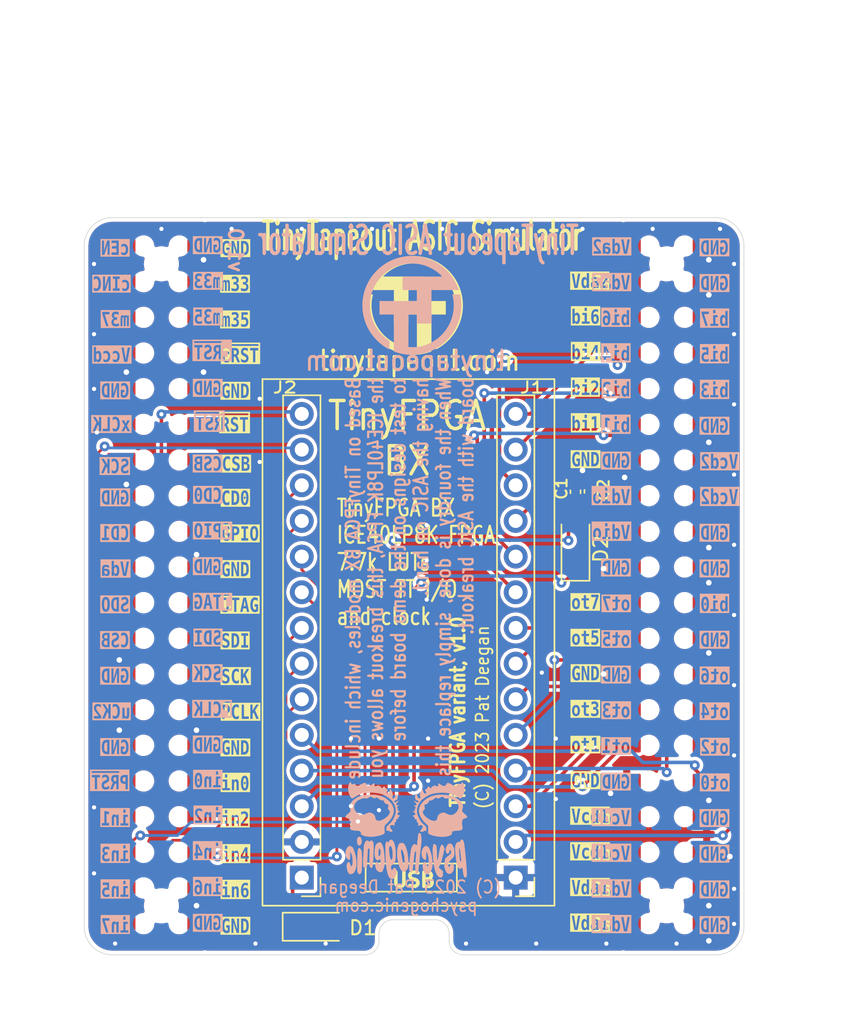
<source format=kicad_pcb>
(kicad_pcb (version 20221018) (generator pcbnew)
  (title_block (title "TinyFPGA BX breakout for TT4+") (date "2023-11-28") (rev "1.0") (company "Psychogenic Technologies INC") (comment 1 "(C) 2023 Pat Deegan"))
  (layers (0 "F.Cu" signal) (31 "B.Cu" signal) (34 "B.Paste" user) (35 "F.Paste" user) (36 "B.SilkS" user "B.Silkscreen") (37 "F.SilkS" user "F.Silkscreen") (38 "B.Mask" user) (39 "F.Mask" user) (44 "Edge.Cuts" user))
  (net 0 "")
  (net 1 "GND")
  (net 2 "vddio")
  (net 3 "vccd2")
  (net 4 "vccd1")
  (net 5 "vdda1")
  (net 6 "vdda2")
  (net 7 "gpio")
  (net 8 "Caravel_D0")
  (net 9 "Caravel_CSB")
  (net 10 "~{RST}")
  (net 11 "Caravel_D1")
  (net 12 "xclk")
  (net 13 "Caravel_SCK")
  (net 14 "vdda")
  (net 15 "vccd")
  (net 16 "~{rst}{slash}mio[7]")
  (net 17 "clk{slash}mio[6]")
  (net 18 "usrclk2{slash}mio[5]")
  (net 19 "SCK{slash}mio[4]")
  (net 20 "CSB{slash}mio[3]")
  (net 21 "SDI{slash}mio[2]")
  (net 22 "SDO{slash}mio[1]")
  (net 23 "JTAG{slash}mio[0]")
  (net 24 "ui_in[1]{slash}mio[9]")
  (net 25 "ui_in[0]{slash}mio[8]")
  (net 26 "ui_in[3]{slash}mio[11]")
  (net 27 "ui_in[2]{slash}mio[10]")
  (net 28 "ui_in[5]{slash}mio[13]")
  (net 29 "ui_in[4]{slash}mio[12]")
  (net 30 "ui_in[7]{slash}mio[15]")
  (net 31 "ui_in[6]{slash}mio[14]")
  (net 32 "uo_out[1]{slash}mio[17]")
  (net 33 "uo_out[0]{slash}mio[16]")
  (net 34 "uo_out[3]{slash}mio[19]")
  (net 35 "uo_out[2]{slash}mio[18]")
  (net 36 "uo_out[5]{slash}mio[21]")
  (net 37 "uo_out[4]{slash}mio[20]")
  (net 38 "uo_out[7]{slash}mio[23]")
  (net 39 "uo_out[6]{slash}mio[22]")
  (net 40 "uio[1]{slash}mio[25]")
  (net 41 "uio[0]{slash}mio[24]")
  (net 42 "uio[3]{slash}mio[27]")
  (net 43 "uio[2]{slash}mio[26]")
  (net 44 "uio[5]{slash}mio[29]")
  (net 45 "uio[4]{slash}mio[28]")
  (net 46 "uio[7]{slash}mio[31]")
  (net 47 "uio[6]{slash}mio[30]")
  (net 48 "mio[33]")
  (net 49 "ctrl_ena{slash}mio[32]")
  (net 50 "mio[35]")
  (net 51 "ctrl_sel_inc{slash}mio[34]")
  (net 52 "mio[37]")
  (net 53 "~{ctrl_sel_rst}{slash}mio[36]")
  (net 54 "/5vTF")
  (net 55 "/3v3TF")
  (footprint "Capacitor_SMD:C_0402_1005Metric" (layer "F.Cu") (at 82 57.02 -90)
    (fp_text reference "C1")
    (fp_text value "0.1uf")
  )
  (footprint "Capacitor_SMD:C_0402_1005Metric" (layer "F.Cu") (at 83 57 -90)
    (fp_text reference "C2")
    (fp_text value "0.1uf")
  )
  (footprint "BreakoutCommon:FH-00339" (layer "F.Cu") (at 88.5 63.65 -90)
    (fp_text reference "CON2" hide)
    (fp_text value "REF-182665-01")
  )
  (footprint "flyingcarsfootprints:StitchingVia-0.3mm" (layer "F.Cu") (at 79.6 69.9)
    (fp_text reference "STITCH26" hide)
    (fp_text value "StitchingVia-0.3mm" hide)
  )
  (footprint "flyingcarsfootprints:StitchingVia-0.3mm" (layer "F.Cu") (at 59.5 54.9)
    (fp_text reference "STITCH26" hide)
    (fp_text value "StitchingVia-0.3mm" hide)
  )
  (footprint "Connector_PinHeader_2.54mm:PinHeader_1x14_P2.54mm_Vertical" (layer "F.Cu") (at 77.74 84.5 180)
    (fp_text reference "J1")
    (fp_text value "CONN_01X14")
  )
  (footprint "flyingcarsfootprints:StitchingVia-0.3mm" (layer "F.Cu") (at 77.5 38.3)
    (fp_text reference "STITCH6" hide)
    (fp_text value "StitchingVia-0.3mm" hide)
  )
  (footprint "flyingcarsfootprints:StitchingVia-0.3mm" (layer "F.Cu") (at 93.3 65.8)
    (fp_text reference "STITCH15" hide)
    (fp_text value "StitchingVia-0.3mm" hide)
  )
  (footprint "flyingcarsfootprints:StitchingVia-0.3mm" (layer "F.Cu") (at 68 79.7)
    (fp_text reference "STITCH26" hide)
    (fp_text value "StitchingVia-0.3mm" hide)
  )
  (footprint "flyingcarsfootprints:StitchingVia-0.3mm" (layer "F.Cu") (at 59.5 50.4)
    (fp_text reference "STITCH26" hide)
    (fp_text value "StitchingVia-0.3mm" hide)
  )
  (footprint "Diode_SMD:D_SOD-123" (layer "F.Cu") (at 63.5 88)
    (fp_text reference "D1")
    (fp_text value "B0520LW-7-F")
  )
  (footprint "flyingcarsfootprints:StitchingVia-0.3mm" (layer "F.Cu") (at 59.2 89.2)
    (fp_text reference "STITCH19" hide)
    (fp_text value "StitchingVia-0.3mm" hide)
  )
  (footprint "flyingcarsfootprints:StitchingVia-0.3mm" (layer "F.Cu") (at 71.5 77.6)
    (fp_text reference "STITCH26" hide)
    (fp_text value "StitchingVia-0.3mm" hide)
  )
  (footprint "flyingcarsfootprints:StitchingVia-0.3mm" (layer "F.Cu") (at 47.7 84.2)
    (fp_text reference "STITCH26" hide)
    (fp_text value "StitchingVia-0.3mm" hide)
  )
  (footprint "flyingcarsfootprints:StitchingVia-0.3mm" (layer "F.Cu") (at 47.7 79.5)
    (fp_text reference "STITCH26" hide)
    (fp_text value "StitchingVia-0.3mm" hide)
  )
  (footprint "flyingcarsfootprints:StitchingVia-0.3mm" (layer "F.Cu") (at 67.5 38.3)
    (fp_text reference "STITCH4" hide)
    (fp_text value "StitchingVia-0.3mm" hide)
  )
  (footprint "Connector_PinHeader_2.54mm:PinHeader_1x14_P2.54mm_Vertical" (layer "F.Cu") (at 62.5 84.5 180)
    (fp_text reference "J2")
    (fp_text value "CONN_01X14")
  )
  (footprint "flyingcarsfootprints:StitchingVia-0.3mm" (layer "F.Cu") (at 93.3 55.8)
    (fp_text reference "STITCH13" hide)
    (fp_text value "StitchingVia-0.3mm" hide)
  )
  (footprint "flyingcarsfootprints:StitchingVia-0.3mm" (layer "F.Cu") (at 62.5 38.3)
    (fp_text reference "STITCH3" hide)
    (fp_text value "StitchingVia-0.3mm" hide)
  )
  (footprint "flyingcarsfootprints:StitchingVia-0.3mm" (layer "F.Cu") (at 47.7 49.7)
    (fp_text reference "STITCH27" hide)
    (fp_text value "StitchingVia-0.3mm" hide)
  )
  (footprint "flyingcarsfootprints:StitchingVia-0.3mm" (layer "F.Cu") (at 74.2 89.2)
    (fp_text reference "STITCH22" hide)
    (fp_text value "StitchingVia-0.3mm" hide)
  )
  (footprint "flyingcarsfootprints:StitchingVia-0.3mm" (layer "F.Cu") (at 84.2 89.2)
    (fp_text reference "STITCH24" hide)
    (fp_text value "StitchingVia-0.3mm" hide)
  )
  (footprint "flyingcarsfootprints:StitchingVia-0.3mm" (layer "F.Cu") (at 93.3 75.8)
    (fp_text reference "STITCH17" hide)
    (fp_text value "StitchingVia-0.3mm" hide)
  )
  (footprint "flyingcarsfootprints:StitchingVia-0.3mm" (layer "F.Cu") (at 89.2 89.2)
    (fp_text reference "STITCH25" hide)
    (fp_text value "StitchingVia-0.3mm" hide)
  )
  (footprint "flyingcarsfootprints:StitchingVia-0.3mm" (layer "F.Cu") (at 79.2 89.2)
    (fp_text reference "STITCH23" hide)
    (fp_text value "StitchingVia-0.3mm" hide)
  )
  (footprint "flyingcarsfootprints:StitchingVia-0.3mm" (layer "F.Cu") (at 68 74.6)
    (fp_text reference "STITCH26" hide)
    (fp_text value "StitchingVia-0.3mm" hide)
  )
  (footprint "flyingcarsfootprints:StitchingVia-0.3mm" (layer "F.Cu") (at 49.2 89.2)
    (fp_text reference "STITCH17" hide)
    (fp_text value "StitchingVia-0.3mm" hide)
  )
  (footprint "flyingcarsfootprints:StitchingVia-0.3mm" (layer "F.Cu") (at 71.5 74.6)
    (fp_text reference "STITCH26" hide)
    (fp_text value "StitchingVia-0.3mm" hide)
  )
  (footprint "flyingcarsfootprints:StitchingVia-0.3mm" (layer "F.Cu") (at 47.7 45.8)
    (fp_text reference "STITCH21" hide)
    (fp_text value "StitchingVia-0.3mm" hide)
  )
  (footprint "flyingcarsfootprints:StitchingVia-0.3mm" (layer "F.Cu") (at 93.3 60.8)
    (fp_text reference "STITCH14" hide)
    (fp_text value "StitchingVia-0.3mm" hide)
  )
  (footprint "flyingcarsfootprints:StitchingVia-0.3mm" (layer "F.Cu") (at 66 74.6)
    (fp_text reference "STITCH26" hide)
    (fp_text value "StitchingVia-0.3mm" hide)
  )
  (footprint "flyingcarsfootprints:StitchingVia-0.3mm" (layer "F.Cu") (at 71.4 64.7)
    (fp_text reference "STITCH26" hide)
    (fp_text value "StitchingVia-0.3mm" hide)
  )
  (footprint "flyingcarsfootprints:StitchingVia-0.3mm" (layer "F.Cu") (at 93.3 87.8)
    (fp_text reference "STITCH17" hide)
    (fp_text value "StitchingVia-0.3mm" hide)
  )
  (footprint "flyingcarsfootprints:StitchingVia-0.3mm" (layer "F.Cu") (at 57.5 38.3)
    (fp_text reference "STITCH2" hide)
    (fp_text value "StitchingVia-0.3mm" hide)
  )
  (footprint "flyingcarsfootprints:StitchingVia-0.3mm" (layer "F.Cu") (at 74.6 51.7)
    (fp_text reference "STITCH26" hide)
    (fp_text value "StitchingVia-0.3mm" hide)
  )
  (footprint "Diode_SMD:D_SOD-123" (layer "F.Cu") (at 82 61 90)
    (fp_text reference "D2")
    (fp_text value "B0520LW-7-F")
  )
  (footprint "flyingcarsfootprints:StitchingVia-0.3mm" (layer "F.Cu") (at 93.3 85.3)
    (fp_text reference "STITCH17" hide)
    (fp_text value "StitchingVia-0.3mm" hide)
  )
  (footprint "flyingcarsfootprints:StitchingVia-0.3mm" (layer "F.Cu") (at 93.3 70.8)
    (fp_text reference "STITCH16" hide)
    (fp_text value "StitchingVia-0.3mm" hide)
  )
  (footprint "flyingcarsfootprints:StitchingVia-0.3mm" (layer "F.Cu") (at 80.6 74.6)
    (fp_text reference "STITCH26" hide)
    (fp_text value "StitchingVia-0.3mm" hide)
  )
  (footprint "flyingcarsfootprints:StitchingVia-0.3mm" (layer "F.Cu") (at 82.5 38.3)
    (fp_text reference "STITCH7" hide)
    (fp_text value "StitchingVia-0.3mm" hide)
  )
  (footprint "Logos:TT_logo" (layer "F.Cu") (at 70.5 43.8)
    (fp_text reference "REF**" hide)
    (fp_text value "TT_logo")
  )
  (footprint "flyingcarsfootprints:StitchingVia-0.3mm" (layer "F.Cu") (at 75.7 48.5)
    (fp_text reference "STITCH26" hide)
    (fp_text value "StitchingVia-0.3mm" hide)
  )
  (footprint "flyingcarsfootprints:StitchingVia-0.3mm" (layer "F.Cu") (at 87.5 38.3)
    (fp_text reference "STITCH8" hide)
    (fp_text value "StitchingVia-0.3mm" hide)
  )
  (footprint "flyingcarsfootprints:StitchingVia-0.3mm" (layer "F.Cu") (at 72.5 38.3)
    (fp_text reference "STITCH5" hide)
    (fp_text value "StitchingVia-0.3mm" hide)
  )
  (footprint "flyingcarsfootprints:StitchingVia-0.3mm" (layer "F.Cu") (at 66 79.4)
    (fp_text reference "STITCH26" hide)
    (fp_text value "StitchingVia-0.3mm" hide)
  )
  (footprint "flyingcarsfootprints:StitchingVia-0.3mm" (layer "F.Cu") (at 92.3 38.3)
    (fp_text reference "STITCH9" hide)
    (fp_text value "StitchingVia-0.3mm" hide)
  )
  (footprint "flyingcarsfootprints:StitchingVia-0.3mm" (layer "F.Cu") (at 64.2 89.2)
    (fp_text reference "STITCH20" hide)
    (fp_text value "StitchingVia-0.3mm" hide)
  )
  (footprint "flyingcarsfootprints:StitchingVia-0.3mm" (layer "F.Cu") (at 71.4 61.9)
    (fp_text reference "STITCH26" hide)
    (fp_text value "StitchingVia-0.3mm" hide)
  )
  (footprint "flyingcarsfootprints:StitchingVia-0.3mm" (layer "F.Cu") (at 93.3 40.8)
    (fp_text reference "STITCH10" hide)
    (fp_text value "StitchingVia-0.3mm" hide)
  )
  (footprint "flyingcarsfootprints:StitchingVia-0.3mm" (layer "F.Cu") (at 47.7 40.8)
    (fp_text reference "STITCH10" hide)
    (fp_text value "StitchingVia-0.3mm" hide)
  )
  (footprint "flyingcarsfootprints:StitchingVia-0.3mm" (layer "F.Cu") (at 71.4 59.4)
    (fp_text reference "STITCH26" hide)
    (fp_text value "StitchingVia-0.3mm" hide)
  )
  (footprint "flyingcarsfootprints:StitchingVia-0.3mm" (layer "F.Cu") (at 93.3 50.8)
    (fp_text reference "STITCH12" hide)
    (fp_text value "StitchingVia-0.3mm" hide)
  )
  (footprint "BreakoutCommon:FH-00339" (layer "F.Cu") (at 52.5 63.65 -90)
    (fp_text reference "CON1" hide)
    (fp_text value "REF-182665-01")
  )
  (footprint "flyingcarsfootprints:StitchingVia-0.3mm" (layer "F.Cu") (at 47.9 52.8)
    (fp_text reference "STITCH26" hide)
    (fp_text value "StitchingVia-0.3mm" hide)
  )
  (footprint "flyingcarsfootprints:StitchingVia-0.3mm" (layer "F.Cu") (at 80.6 78.9)
    (fp_text reference "STITCH26" hide)
    (fp_text value "StitchingVia-0.3mm" hide)
  )
  (footprint "flyingcarsfootprints:StitchingVia-0.3mm" (layer "F.Cu") (at 93.3 45.8)
    (fp_text reference "STITCH11" hide)
    (fp_text value "StitchingVia-0.3mm" hide)
  )
  (footprint "flyingcarsfootprints:StitchingVia-0.3mm" (layer "F.Cu") (at 52.5 38.3)
    (fp_text reference "STITCH1" hide)
    (fp_text value "StitchingVia-0.3mm" hide)
  )
  (footprint "flyingcarsfootprints:PsychoLogoSmall" (layer "B.Cu") (at 70 81.1 180)
    (fp_text reference "G***" hide)
    (fp_text value "LOGO" hide)
  )
  (footprint "Logos:TT_logo" (layer "B.Cu") (at 70.3 43.8 180)
    (fp_text reference "REF**" hide)
    (fp_text value "TT_logo")
  )
  (gr_rect (start 59.7 49) (end 80.5 86.5) (stroke (width 0.12)) (fill none) (layer "F.SilkS"))
  (gr_rect (start 67.05 83.5) (end 73.55 85.5) (stroke (width 0.12)) (fill none) (layer "F.SilkS"))
  (gr_arc (start 74 90) (mid 73.292893 89.707107) (end 73 89) (stroke (width 0.05)) (layer "Edge.Cuts"))
  (gr_line (start 73 89) (end 73 88.5) (stroke (width 0.05)) (layer "Edge.Cuts"))
  (gr_line (start 92 37.5) (end 49 37.5) (stroke (width 0.05)) (layer "Edge.Cuts"))
  (gr_arc locked (start 47 39.5) (mid 47.585786 38.085786) (end 49 37.5) (stroke (width 0.05)) (layer "Edge.Cuts"))
  (gr_arc locked (start 94 88) (mid 93.414214 89.414214) (end 92 90) (stroke (width 0.05)) (layer "Edge.Cuts"))
  (gr_line (start 68 88.5) (end 68 89) (stroke (width 0.05)) (layer "Edge.Cuts"))
  (gr_arc (start 68 89) (mid 67.707107 89.707107) (end 67 90) (stroke (width 0.05)) (layer "Edge.Cuts"))
  (gr_line (start 72 87.5) (end 69 87.5) (stroke (width 0.05)) (layer "Edge.Cuts"))
  (gr_arc locked (start 92 37.5) (mid 93.414214 38.085786) (end 94 39.5) (stroke (width 0.05)) (layer "Edge.Cuts"))
  (gr_arc (start 72 87.5) (mid 72.707107 87.792893) (end 73 88.5) (stroke (width 0.05)) (layer "Edge.Cuts"))
  (gr_arc (start 49 90) (mid 47.585786 89.414214) (end 47 88) (stroke (width 0.05)) (layer "Edge.Cuts"))
  (gr_line (start 94 88) (end 94 39.5) (stroke (width 0.05)) (layer "Edge.Cuts"))
  (gr_line (start 49 90) (end 67 90) (stroke (width 0.05)) (layer "Edge.Cuts"))
  (gr_line (start 47 88) (end 47 39.5) (stroke (width 0.05)) (layer "Edge.Cuts"))
  (gr_arc (start 68 88.5) (mid 68.292893 87.792893) (end 69 87.5) (stroke (width 0.05)) (layer "Edge.Cuts"))
  (gr_line (start 92 90) (end 74 90) (stroke (width 0.05)) (layer "Edge.Cuts"))
  (gr_text "SDO" (at 48.2 65.72) (layer "B.SilkS" knockout) (effects (font (size 1 0.8) (thickness 0.127) bold) (justify right bottom mirror)))
  (gr_text "GND" (at 48.2 70.8) (layer "B.SilkS" knockout) (effects (font (size 1 0.8) (thickness 0.127) bold) (justify right bottom mirror)))
  (gr_text "GND" (at 48.2 75.88) (layer "B.SilkS" knockout) (effects (font (size 1 0.8) (thickness 0.127) bold) (justify right bottom mirror)))
  (gr_text "bi5" (at 90.9 47.92) (layer "B.SilkS" knockout) (effects (font (size 1 0.8) (thickness 0.127) bold) (justify right bottom mirror)))
  (gr_text "ot5" (at 85.9 68.18) (layer "B.SilkS" knockout) (effects (font (size 1 0.8) (thickness 0.127) bold) (justify left bottom mirror)))
  (gr_text "GPIO" (at 54.8 60.46) (layer "B.SilkS" knockout) (effects (font (size 1 0.8) (thickness 0.127) bold) (justify right bottom mirror)))
  (gr_text "CD0" (at 54.8 57.92) (layer "B.SilkS" knockout) (effects (font (size 1 0.8) (thickness 0.127) bold) (justify right bottom mirror)))
  (gr_text "Vdio" (at 85.9 60.56) (layer "B.SilkS" knockout) (effects (font (size 1 0.8) (thickness 0.127) bold) (justify left bottom mirror)))
  (gr_text "m33" (at 54.8 42.68) (layer "B.SilkS" knockout) (effects (font (size 1 0.8) (thickness 0.127) bold) (justify right bottom mirror)))
  (gr_text "in2" (at 54.8 80.78) (layer "B.SilkS" knockout) (effects (font (size 1 0.8) (thickness 0.127) bold) (justify right bottom mirror)))
  (gr_text "GND" (at 90.9 88.56) (layer "B.SilkS" knockout) (effects (font (size 1 0.8) (thickness 0.127) bold) (justify right bottom mirror)))
  (gr_text "m37" (at 48.2 45.4) (layer "B.SilkS" knockout) (effects (font (size 1 0.8) (thickness 0.127) bold) (justify right bottom mirror)))
  (gr_text "ot6" (at 90.9 70.78) (layer "B.SilkS" knockout) (effects (font (size 1 0.8) (thickness 0.127) bold) (justify right bottom mirror)))
  (gr_text "JTAG" (at 54.8 65.54) (layer "B.SilkS" knockout) (effects (font (size 1 0.8) (thickness 0.127) bold) (justify right bottom mirror)))
  (gr_text "bi7" (at 90.9 45.38) (layer "B.SilkS" knockout) (effects (font (size 1 0.8) (thickness 0.127) bold) (justify right bottom mirror)))
  (gr_text "Vda2" (at 85.9 40.24) (layer "B.SilkS" knockout) (effects (font (size 1 0.8) (thickness 0.127) bold) (justify left bottom mirror)))
  (gr_text "ot4" (at 90.9 73.32) (layer "B.SilkS" knockout) (effects (font (size 1 0.8) (thickness 0.127) bold) (justify right bottom mirror)))
  (gr_text "PCLK" (at 54.8 73.16) (layer "B.SilkS" knockout) (effects (font (size 1 0.8) (thickness 0.127) bold) (justify right bottom mirror)))
  (gr_text "GND" (at 48.2 58.1) (layer "B.SilkS" knockout) (effects (font (size 1 0.8) (thickness 0.127) bold) (justify right bottom mirror)))
  (gr_text "TinyTapeout ASIC Simulator" (at 70.8 40.3) (layer "B.SilkS") (effects (font (size 2 1.1) (thickness 0.25) bold) (justify bottom mirror)))
  (gr_text "GND" (at 90.9 63.16) (layer "B.SilkS" knockout) (effects (font (size 1 0.8) (thickness 0.127) bold) (justify right bottom mirror)))
  (gr_text "P~{RST}" (at 47.5 78.38) (layer "B.SilkS" knockout) (effects (font (size 1 0.8) (thickness 0.127) bold) (justify right bottom mirror)))
  (gr_text "GND" (at 90.9 83.48) (layer "B.SilkS" knockout) (effects (font (size 1 0.8) (thickness 0.127) bold) (justify right bottom mirror)))
  (gr_text "SCK" (at 48.2 55.87) (layer "B.SilkS" knockout) (effects (font (size 1 0.8) (thickness 0.127) bold) (justify right bottom mirror)))
  (gr_text "bi3" (at 90.9 50.46) (layer "B.SilkS" knockout) (effects (font (size 1 0.8) (thickness 0.127) bold) (justify right bottom mirror)))
  (gr_text "GND" (at 90.9 60.62) (layer "B.SilkS" knockout) (effects (font (size 1 0.8) (thickness 0.127) bold) (justify right bottom mirror)))
  (gr_text "in1" (at 48.2 80.96) (layer "B.SilkS" knockout) (effects (font (size 1 0.8) (thickness 0.127) bold) (justify right bottom mirror)))
  (gr_text "Vcd2" (at 90.9 55.54) (layer "B.SilkS" knockout) (effects (font (size 1 0.8) (thickness 0.127) bold) (justify right bottom mirror)))
  (gr_text "GND" (at 90.9 40.3) (layer "B.SilkS" knockout) (effects (font (size 1 0.8) (thickness 0.127) bold) (justify right bottom mirror)))
  (gr_text "GND" (at 54.8 50.3) (layer "B.SilkS" knockout) (effects (font (size 1 0.8) (thickness 0.127) bold) (justify right bottom mirror)))
  (gr_text "Vda" (at 48.2 63.18) (layer "B.SilkS" knockout) (effects (font (size 1 0.8) (thickness 0.127) bold) (justify right bottom mirror)))
  (gr_text "bi0" (at 90.9 65.7) (layer "B.SilkS" knockout) (effects (font (size 1 0.8) (thickness 0.127) bold) (justify right bottom mirror)))
  (gr_text "bi4" (at 85.9 47.86) (layer "B.SilkS" knockout) (effects (font (size 1 0.8) (thickness 0.127) bold) (justify left bottom mirror)))
  (gr_text "tinytapeout.com" (at 69.9 48.5) (layer "B.SilkS") (effects (font (size 1.4 1.2) (thickness 0.2) bold) (justify bottom mirror)))
  (gr_text "Based on TinyFPGA BX modules, which include\nthe ICE40LP8K FPGA, this breakout allows you\nto test designs on the demo board before \nhaving the ASIC on hand.\nWhen the foundry is done, simply replace this\nboard with the ASIC breakout.\n" (at 74.8 48.8 90) (layer "B.SilkS") (effects (font (size 1 0.8) (thickness 0.16)) (justify left bottom mirror)))
  (gr_text "ot0" (at 90.9 78.4) (layer "B.SilkS" knockout) (effects (font (size 1 0.8) (thickness 0.127) bold) (justify right bottom mirror)))
  (gr_text "ot1" (at 85.9 75.8) (layer "B.SilkS" knockout) (effects (font (size 1 0.8) (thickness 0.127) bold) (justify left bottom mirror)))
  (gr_text "in6" (at 54.8 85.86) (layer "B.SilkS" knockout) (effects (font (size 1 0.8) (thickness 0.127) bold) (justify right bottom mirror)))
  (gr_text "CSB" (at 48.2 68.26) (layer "B.SilkS" knockout) (effects (font (size 1 0.8) (thickness 0.127) bold) (justify right bottom mirror)))
  (gr_text "GND" (at 90.9 80.94) (layer "B.SilkS" knockout) (effects (font (size 1 0.8) (thickness 0.127) bold) (justify right bottom mirror)))
  (gr_text "cINC" (at 47.6 42.88) (layer "B.SilkS" knockout) (effects (font (size 1 0.8) (thickness 0.127) bold) (justify right bottom mirror)))
  (gr_text "m35" (at 54.8 45.22) (layer "B.SilkS" knockout) (effects (font (size 1 0.8) (thickness 0.127) bold) (justify right bottom mirror)))
  (gr_text "ot7" (at 85.9 65.64) (layer "B.SilkS" knockout) (effects (font (size 1 0.8) (thickness 0.127) bold) (justify left bottom mirror)))
  (gr_text "v1.0" (at 57.2 39.8 -90) (layer "B.SilkS") (effects (font (size 1 1) (thickness 0.2) bold) (justify bottom mirror)))
  (gr_text "ot2" (at 90.9 75.86) (layer "B.SilkS" knockout) (effects (font (size 1 0.8) (thickness 0.127) bold) (justify right bottom mirror)))
  (gr_text "c~{RST}" (at 54.8 47.76) (layer "B.SilkS" knockout) (effects (font (size 1 0.8) (thickness 0.127) bold) (justify right bottom mirror)))
  (gr_text "GND" (at 54.8 88.4) (layer "B.SilkS" knockout) (effects (font (size 1 0.8) (thickness 0.127) bold) (justify right bottom mirror)))
  (gr_text "psychogenic.com" (at 75.1 87) (layer "B.SilkS") (effects (font (size 0.9 0.8) (thickness 0.125)) (justify left bottom mirror)))
  (gr_text "GND" (at 85.9 78.34) (layer "B.SilkS" knockout) (effects (font (size 1 0.8) (thickness 0.127) bold) (justify left bottom mirror)))
  (gr_text "CD1" (at 48.2 60.64) (layer "B.SilkS" knockout) (effects (font (size 1 0.8) (thickness 0.127) bold) (justify right bottom mirror)))
  (gr_text "~{RST}" (at 54.9 52.8) (layer "B.SilkS" knockout) (effects (font (size 1 0.8) (thickness 0.127) bold) (justify right bottom mirror)))
  (gr_text "GND" (at 85.9 55.48) (layer "B.SilkS" knockout) (effects (font (size 1 0.8) (thickness 0.127) bold) (justify left bottom mirror)))
  (gr_text "in0" (at 54.8 78.24) (layer "B.SilkS" knockout) (effects (font (size 1 0.8) (thickness 0.127) bold) (justify right bottom mirror)))
  (gr_text "GND" (at 54.8 40.14) (layer "B.SilkS" knockout) (effects (font (size 1 0.8) (thickness 0.127) bold) (justify right bottom mirror)))
  (gr_text "Vcd1" (at 85.9 80.88) (layer "B.SilkS" knockout) (effects (font (size 1 0.8) (thickness 0.127) bold) (justify left bottom mirror)))
  (gr_text "GND" (at 90.9 68.24) (layer "B.SilkS" knockout) (effects (font (size 1 0.8) (thickness 0.127) bold) (justify right bottom mirror)))
  (gr_text "in7" (at 48.2 88.58) (layer "B.SilkS" knockout) (effects (font (size 1 0.8) (thickness 0.127) bold) (justify right bottom mirror)))
  (gr_text "in4" (at 54.8 83.32) (layer "B.SilkS" knockout) (effects (font (size 1 0.8) (thickness 0.127) bold) (justify right bottom mirror)))
  (gr_text "SDI" (at 54.8 68.08) (layer "B.SilkS" knockout) (effects (font (size 1 0.8) (thickness 0.127) bold) (justify right bottom mirror)))
  (gr_text "GND" (at 48.2 50.48) (layer "B.SilkS" knockout) (effects (font (size 1 0.8) (thickness 0.127) bold) (justify right bottom mirror)))
  (gr_text "bi1" (at 85.9 52.94) (layer "B.SilkS" knockout) (effects (font (size 1 0.8) (thickness 0.127) bold) (justify left bottom mirror)))
  (gr_text "CSB" (at 54.8 55.69) (layer "B.SilkS" knockout) (effects (font (size 1 0.8) (thickness 0.127) bold) (justify right bottom mirror)))
  (gr_text "Vdio" (at 85.9 58.02) (layer "B.SilkS" knockout) (effects (font (size 1 0.8) (thickness 0.127) bold) (justify left bottom mirror)))
  (gr_text "GND" (at 54.8 75.7) (layer "B.SilkS" knockout) (effects (font (size 1 0.8) (thickness 0.127) bold) (justify right bottom mirror)))
  (gr_text "ot3" (at 85.9 73.26) (layer "B.SilkS" knockout) (effects (font (size 1 0.8) (thickness 0.127) bold) (justify left bottom mirror)))
  (gr_text "GND" (at 85.9 70.72) (layer "B.SilkS" knockout) (effects (font (size 1 0.8) (thickness 0.127) bold) (justify left bottom mirror)))
  (gr_text "bi6" (at 85.9 45.32) (layer "B.SilkS" knockout) (effects (font (size 1 0.8) (thickness 0.127) bold) (justify left bottom mirror)))
  (gr_text "GND" (at 54.8 63) (layer "B.SilkS" knockout) (effects (font (size 1 0.8) (thickness 0.127) bold) (justify right bottom mirror)))
  (gr_text "bi2" (at 85.9 50.4) (layer "B.SilkS" knockout) (effects (font (size 1 0.8) (thickness 0.127) bold) (justify left bottom mirror)))
  (gr_text "GND" (at 90.9 86.02) (layer "B.SilkS" knockout) (effects (font (size 1 0.8) (thickness 0.127) bold) (justify right bottom mirror)))
  (gr_text "in5" (at 48.2 86.04) (layer "B.SilkS" knockout) (effects (font (size 1 0.8) (thickness 0.127) bold) (justify right bottom mirror)))
  (gr_text "Vccd" (at 47.6 47.94) (layer "B.SilkS" knockout) (effects (font (size 1 0.8) (thickness 0.127) bold) (justify right bottom mirror)))
  (gr_text "GND" (at 90.9 42.84) (layer "B.SilkS" knockout) (effects (font (size 1 0.8) (thickness 0.127) bold) (justify right bottom mirror)))
  (gr_text "xCLK" (at 47.6 52.88) (layer "B.SilkS" knockout) (effects (font (size 1 0.8) (thickness 0.127) bold) (justify right bottom mirror)))
  (gr_text "Vcd1" (at 85.9 83.42) (layer "B.SilkS" knockout) (effects (font (size 1 0.8) (thickness 0.127) bold) (justify left bottom mirror)))
  (gr_text "(C) 2023 Pat Deegan" (at 76.8 85.7) (layer "B.SilkS") (effects (font (size 0.9 0.8) (thickness 0.125)) (justify left bottom mirror)))
  (gr_text "uCK2" (at 47.6 73.34) (layer "B.SilkS" knockout) (effects (font (size 1 0.8) (thickness 0.127) bold) (justify right bottom mirror)))
  (gr_text "GND" (at 85.9 63.1) (layer "B.SilkS" knockout) (effects (font (size 1 0.8) (thickness 0.127) bold) (justify left bottom mirror)))
  (gr_text "in3" (at 48.2 83.5) (layer "B.SilkS" knockout) (effects (font (size 1 0.8) (thickness 0.127) bold) (justify right bottom mirror)))
  (gr_text "Vda2" (at 85.9 42.78) (layer "B.SilkS" knockout) (effects (font (size 1 0.8) (thickness 0.127) bold) (justify left bottom mirror)))
  (gr_text "SCK" (at 54.8 70.62) (layer "B.SilkS" knockout) (effects (font (size 1 0.8) (thickness 0.127) bold) (justify right bottom mirror)))
  (gr_text "GND" (at 90.9 53) (layer "B.SilkS" knockout) (effects (font (size 1 0.8) (thickness 0.127) bold) (justify right bottom mirror)))
  (gr_text "Vda1" (at 85.9 88.5) (layer "B.SilkS" knockout) (effects (font (size 1 0.8) (thickness 0.127) bold) (justify left bottom mirror)))
  (gr_text "cEN" (at 48.2 40.32) (layer "B.SilkS" knockout) (effects (font (size 1 0.8) (thickness 0.127) bold) (justify right bottom mirror)))
  (gr_text "Vda1" (at 85.9 85.96) (layer "B.SilkS" knockout) (effects (font (size 1 0.8) (thickness 0.127) bold) (justify left bottom mirror)))
  (gr_text "Vcd2" (at 90.9 58.08) (layer "B.SilkS" knockout) (effects (font (size 1.05 0.8) (thickness 0.127) bold) (justify right bottom mirror)))
  (gr_text "GND" (at 56.75 88.61) (layer "F.SilkS" knockout) (effects (font (size 1 0.8) (thickness 0.127) bold) (justify left bottom)))
  (gr_text "in2" (at 56.75 80.99) (layer "F.SilkS" knockout) (effects (font (size 1 0.8) (thickness 0.127) bold) (justify left bottom)))
  (gr_text "Vda2" (at 81.7 42.68) (layer "F.SilkS" knockout) (effects (font (size 1 0.8) (thickness 0.127) bold) (justify left bottom)))
  (gr_text "JTAG" (at 56.75 65.75) (layer "F.SilkS" knockout) (effects (font (size 1 0.8) (thickness 0.127) bold) (justify left bottom)))
  (gr_text "c~{RST}" (at 56.75 47.97) (layer "F.SilkS" knockout) (effects (font (size 1 0.8) (thickness 0.127) bold) (justify left bottom)))
  (gr_text "GND" (at 81.7 70.62) (layer "F.SilkS" knockout) (effects (font (size 1 0.8) (thickness 0.127) bold) (justify left bottom)))
  (gr_text "TinyTapeout ASIC Simulator" (at 59.5 40) (layer "F.SilkS") (effects (font (size 2 1.1) (thickness 0.25) bold) (justify left bottom)))
  (gr_text "USB" (at 68.8 85.25) (layer "F.SilkS") (effects (font (size 1 1) (thickness 0.25) bold) (justify left bottom)))
  (gr_text "TinyFPGA\nBX" (at 70 56) (layer "F.SilkS") (effects (font (size 2 1.7) (thickness 0.25) bold) (justify bottom)))
  (gr_text "in4" (at 56.75 83.53) (layer "F.SilkS" knockout) (effects (font (size 1 0.8) (thickness 0.127) bold) (justify left bottom)))
  (gr_text "GND" (at 56.75 50.51) (layer "F.SilkS" knockout) (effects (font (size 1 0.8) (thickness 0.127) bold) (justify left bottom)))
  (gr_text "(C) 2023 Pat Deegan" (at 75.9 79.7 90) (layer "F.SilkS") (effects (font (size 0.9 0.8) (thickness 0.125)) (justify left bottom)))
  (gr_text "in0" (at 56.75 78.45) (layer "F.SilkS" knockout) (effects (font (size 1 0.8) (thickness 0.127) bold) (justify left bottom)))
  (gr_text "bi4" (at 81.7 47.76) (layer "F.SilkS" knockout) (effects (font (size 1 0.8) (thickness 0.127) bold) (justify left bottom)))
  (gr_text "m35" (at 56.75 45.43) (layer "F.SilkS" knockout) (effects (font (size 1 0.8) (thickness 0.127) bold) (justify left bottom)))
  (gr_text "PCLK" (at 56.75 73.37) (layer "F.SilkS" knockout) (effects (font (size 1 0.8) (thickness 0.127) bold) (justify left bottom)))
  (gr_text "tinytapeout.com" (at 70.9 48.5) (layer "F.SilkS") (effects (font (size 1.4 1.2) (thickness 0.2) bold) (justify bottom)))
  (gr_text "GND" (at 56.75 75.91) (layer "F.SilkS" knockout) (effects (font (size 1 0.8) (thickness 0.127) bold) (justify left bottom)))
  (gr_text "bi2" (at 81.7 50.3) (layer "F.SilkS" knockout) (effects (font (size 1 0.8) (thickness 0.127) bold) (justify left bottom)))
  (gr_text "TinyFPGA variant, v1.0" (at 74.2 72.7 90) (layer "F.SilkS") (effects (font (size 1 0.8) (thickness 0.2) bold) (justify bottom)))
  (gr_text "bi6" (at 81.7 45.22) (layer "F.SilkS" knockout) (effects (font (size 1 0.8) (thickness 0.127) bold) (justify left bottom)))
  (gr_text "GND" (at 81.7 78.24) (layer "F.SilkS" knockout) (effects (font (size 1 0.8) (thickness 0.127) bold) (justify left bottom)))
  (gr_text "SCK" (at 56.75 70.83) (layer "F.SilkS" knockout) (effects (font (size 1 0.8) (thickness 0.127) bold) (justify left bottom)))
  (gr_text "Vcd1" (at 81.7 80.78) (layer "F.SilkS" knockout) (effects (font (size 1 0.8) (thickness 0.127) bold) (justify left bottom)))
  (gr_text "CSB" (at 56.8 55.7) (layer "F.SilkS" knockout) (effects (font (size 1 0.8) (thickness 0.127) bold) (justify left bottom)))
  (gr_text "Vda1" (at 81.7 88.4) (layer "F.SilkS" knockout) (effects (font (size 1 0.8) (thickness 0.127) bold) (justify left bottom)))
  (gr_text "TinyFPGA BX\nICE40LP8K FPGA\n7.7k LUTs\nMOST TT I/O \nand clock" (at 64.9 66.6) (layer "F.SilkS") (effects (font (size 1.2 0.9) (thickness 0.16)) (justify left bottom)))
  (gr_text "GND" (at 56.75 40.35) (layer "F.SilkS" knockout) (effects (font (size 1 0.8) (thickness 0.127) bold) (justify left bottom)))
  (gr_text "SDI" (at 56.75 68.29) (layer "F.SilkS" knockout) (effects (font (size 1 0.8) (thickness 0.127) bold) (justify left bottom)))
  (gr_text "GND" (at 81.7 55.38) (layer "F.SilkS" knockout) (effects (font (size 1 0.8) (thickness 0.127) bold) (justify left bottom)))
  (gr_text "CD0" (at 56.75 58.13) (layer "F.SilkS" knockout) (effects (font (size 1 0.8) (thickness 0.127) bold) (justify left bottom)))
  (gr_text "GPIO" (at 56.75 60.67) (layer "F.SilkS" knockout) (effects (font (size 1 0.8) (thickness 0.127) bold) (justify left bottom)))
  (gr_text "~{RST}" (at 56.7 52.9) (layer "F.SilkS" knockout) (effects (font (size 1 0.8) (thickness 0.127) bold) (justify left bottom)))
  (gr_text "GND" (at 56.75 63.21) (layer "F.SilkS" knockout) (effects (font (size 1 0.8) (thickness 0.127) bold) (justify left bottom)))
  (gr_text "bi1" (at 81.7 52.84) (layer "F.SilkS" knockout) (effects (font (size 1 0.8) (thickness 0.127) bold) (justify left bottom)))
  (gr_text "m33" (at 56.75 42.89) (layer "F.SilkS" knockout) (effects (font (size 1 0.8) (thickness 0.127) bold) (justify left bottom)))
  (gr_text "ot5" (at 81.7 68.08) (layer "F.SilkS" knockout) (effects (font (size 1 0.8) (thickness 0.127) bold) (justify left bottom)))
  (gr_text "ot3" (at 81.7 73.16) (layer "F.SilkS" knockout) (effects (font (size 1 0.8) (thickness 0.127) bold) (justify left bottom)))
  (gr_text "ot1" (at 81.7 75.7) (layer "F.SilkS" knockout) (effects (font (size 1 0.8) (thickness 0.127) bold) (justify left bottom)))
  (gr_text "Vcd1" (at 81.7 83.32) (layer "F.SilkS" knockout) (effects (font (size 1 0.8) (thickness 0.127) bold) (justify left bottom)))
  (gr_text "ot7" (at 81.7 65.54) (layer "F.SilkS" knockout) (effects (font (size 1 0.8) (thickness 0.127) bold) (justify left bottom)))
  (gr_text "in6" (at 56.75 86.07) (layer "F.SilkS" knockout) (effects (font (size 1 0.8) (thickness 0.127) bold) (justify left bottom)))
  (gr_text "Vda1" (at 81.7 85.86) (layer "F.SilkS" knockout) (effects (font (size 1 0.8) (thickness 0.127) bold) (justify left bottom)))
  (segment (start 91.35 68.35) (end 91.5 68.5) (width 0.254) (layer "F.Cu") (net 1))
  (segment (start 85.65 55.85) (end 85.5 56) (width 0.254) (layer "F.Cu") (net 1))
  (segment (start 49.65 75.08) (end 49.65 74.15) (width 0.254) (layer "F.Cu") (net 1))
  (segment (start 91.35 59.84) (end 91.35 60.85) (width 0.254) (layer "F.Cu") (net 1))
  (segment (start 55.35 62.38) (end 55.35 61.85) (width 0.254) (layer "F.Cu") (net 1))
  (segment (start 91.35 60.85) (end 91.5 61) (width 0.254) (layer "F.Cu") (net 1))
  (segment (start 49.65 48.85) (end 50 48.5) (width 0.254) (layer "F.Cu") (net 1))
  (segment (start 55.35 75.08) (end 55.35 74.35) (width 0.254) (layer "F.Cu") (net 1))
  (segment (start 91.35 80.16) (end 91.35 79.15) (width 0.254) (layer "F.Cu") (net 1))
  (segment (start 85.65 62.38) (end 84.12 62.38) (width 0.254) (layer "F.Cu") (net 1))
  (segment (start 82 56.54) (end 82 56) (width 0.254) (layer "F.Cu") (net 1))
  (segment (start 55.35 48.65) (end 55.5 48.5) (width 0.254) (layer "F.Cu") (net 1))
  (segment (start 55.35 40.35) (end 55.5 40.5) (width 0.254) (layer "F.Cu") (net 1))
  (segment (start 55.35 86.85) (end 55 86.5) (width 0.254) (layer "F.Cu") (net 1))
  (segment (start 91.35 85.24) (end 91.35 86.35) (width 0.254) (layer "F.Cu") (net 1))
  (segment (start 49.65 74.15) (end 49.5 74) (width 0.254) (layer "F.Cu") (net 1))
  (segment (start 55.35 74.35) (end 55 74) (width 0.254) (layer "F.Cu") (net 1))
  (segment (start 49.65 70) (end 49.65 69.15) (width 0.254) (layer "F.Cu") (net 1))
  (segment (start 92.7 82.7) (end 93 83) (width 0.254) (layer "F.Cu") (net 1))
  (segment (start 91.35 39.52) (end 91.35 40.35) (width 0.254) (layer "F.Cu") (net 1))
  (segment (start 82 56) (end 82.5 55.5) (width 0.254) (layer "F.Cu") (net 1))
  (segment (start 91.35 63.35) (end 91.5 63.5) (width 0.254) (layer "F.Cu") (net 1))
  (segment (start 85.38 77.62) (end 84.5 78.5) (width 0.254) (layer "F.Cu") (net 1))
  (segment (start 91.35 67.46) (end 91.35 68.35) (width 0.254) (layer "F.Cu") (net 1))
  (segment (start 91.35 53.35) (end 91.5 53.5) (width 0.254) (layer "F.Cu") (net 1))
  (segment (start 84.12 62.38) (end 84 62.5) (width 0.254) (layer "F.Cu") (net 1))
  (segment (start 91.35 42.85) (end 91.5 43) (width 0.254) (layer "F.Cu") (net 1))
  (segment (start 55.35 39.52) (end 55.35 40.35) (width 0.254) (layer "F.Cu") (net 1))
  (segment (start 91.35 86.35) (end 91.5 86.5) (width 0.254) (layer "F.Cu") (net 1))
  (segment (start 49.65 57.3) (end 49.65 56.85) (width 0.254) (layer "F.Cu") (net 1))
  (segment (start 85.65 77.62) (end 85.38 77.62) (width 0.254) (layer "F.Cu") (net 1))
  (segment (start 85.65 54.76) (end 85.65 55.85) (width 0.254) (layer "F.Cu") (net 1))
  (segment (start 91.35 62.38) (end 91.35 63.35) (width 0.254) (layer "F.Cu") (net 1))
  (segment (start 91.35 87.78) (end 91.35 88.85) (width 0.254) (layer "F.Cu") (net 1))
  (segment (start 55.35 49.68) (end 55.35 48.65) (width 0.254) (layer "F.Cu") (net 1))
  (segment (start 91.35 40.35) (end 91.5 40.5) (width 0.254) (layer "F.Cu") (net 1))
  (segment (start 55.35 61.85) (end 55 61.5) (width 0.254) (layer "F.Cu") (net 1))
  (segment (start 91.35 42.06) (end 91.35 42.85) (width 0.254) (layer "F.Cu") (net 1))
  (segment (start 85.65 70) (end 84 70) (width 0.254) (layer "F.Cu") (net 1))
  (segment (start 91.35 79.15) (end 91.5 79) (width 0.254) (layer "F.Cu") (net 1))
  (segment (start 91.35 82.7) (end 92.7 82.7) (width 0.254) (layer "F.Cu") (net 1))
  (segment (start 49.65 56.85) (end 50 56.5) (width 0.254) (layer "F.Cu") (net 1))
  (segment (start 55.35 87.78) (end 55.35 86.85) (width 0.254) (layer "F.Cu") (net 1))
  (segment (start 91.35 88.85) (end 91.5 89) (width 0.254) (layer "F.Cu") (net 1))
  (segment (start 49.65 49.68) (end 49.65 48.85) (width 0.254) (layer "F.Cu") (net 1))
  (segment (start 49.65 69.15) (end 49.5 69) (width 0.254) (layer "F.Cu") (net 1))
  (segment (start 91.35 52.22) (end 91.35 53.35) (width 0.254) (layer "F.Cu") (net 1))
  (via (at 91.5 43) (size 0.8) (drill 0.4) (layers "F.Cu" "B.Cu") (net 1))
  (via (at 91.5 53.5) (size 0.8) (drill 0.4) (layers "F.Cu" "B.Cu") (net 1))
  (via (at 84.5 78.5) (size 0.8) (drill 0.4) (layers "F.Cu" "B.Cu") (net 1))
  (via (at 84 70) (size 0.8) (drill 0.4) (layers "F.Cu" "B.Cu") (net 1))
  (via (at 84 62.5) (size 0.8) (drill 0.4) (layers "F.Cu" "B.Cu") (net 1))
  (via (at 91.5 68.5) (size 0.8) (drill 0.4) (layers "F.Cu" "B.Cu") (net 1))
  (via (at 55 61.5) (size 0.8) (drill 0.4) (layers "F.Cu" "B.Cu") (net 1))
  (via (at 49.5 69) (size 0.8) (drill 0.4) (layers "F.Cu" "B.Cu") (net 1))
  (via (at 91.5 63.5) (size 0.8) (drill 0.4) (layers "F.Cu" "B.Cu") (net 1))
  (via (at 91.5 86.5) (size 0.8) (drill 0.4) (layers "F.Cu" "B.Cu") (net 1))
  (via (at 85.5 56) (size 0.8) (drill 0.4) (layers "F.Cu" "B.Cu") (net 1))
  (via (at 91.5 40.5) (size 0.8) (drill 0.4) (layers "F.Cu" "B.Cu") (net 1))
  (via (at 55.5 48.5) (size 0.8) (drill 0.4) (layers "F.Cu" "B.Cu") (net 1))
  (via (at 55 86.5) (size 0.8) (drill 0.4) (layers "F.Cu" "B.Cu") (net 1))
  (via (at 91.5 61) (size 0.8) (drill 0.4) (layers "F.Cu" "B.Cu") (net 1))
  (via (at 91.5 79) (size 0.8) (drill 0.4) (layers "F.Cu" "B.Cu") (net 1))
  (via (at 49.5 74) (size 0.8) (drill 0.4) (layers "F.Cu" "B.Cu") (net 1))
  (via (at 50 48.5) (size 0.8) (drill 0.4) (layers "F.Cu" "B.Cu") (net 1))
  (via (at 55.5 40.5) (size 0.8) (drill 0.4) (layers "F.Cu" "B.Cu") (net 1))
  (via (at 82.5 55.5) (size 0.8) (drill 0.4) (layers "F.Cu" "B.Cu") (net 1))
  (via (at 93 83) (size 0.8) (drill 0.4) (layers "F.Cu" "B.Cu") (net 1))
  (via (at 91.5 89) (size 0.8) (drill 0.4) (layers "F.Cu" "B.Cu") (net 1))
  (via (at 55 74) (size 0.8) (drill 0.4) (layers "F.Cu" "B.Cu") (net 1))
  (via (at 50 56.5) (size 0.8) (drill 0.4) (layers "F.Cu" "B.Cu") (net 1))
  (segment (start 83.18 57.3) (end 83 57.48) (width 0.254) (layer "F.Cu") (net 2))
  (segment (start 82 59.35) (end 85.16 59.35) (width 0.254) (layer "F.Cu") (net 2))
  (segment (start 82 57.5) (end 82 59.35) (width 0.254) (layer "F.Cu") (net 2))
  (segment (start 65.15 88) (end 69 84.15) (width 0.254) (layer "F.Cu") (net 2))
  (segment (start 85.16 59.35) (end 85.65 59.84) (width 0.254) (layer "F.Cu") (net 2))
  (segment (start 82.02 57.48) (end 82 57.5) (width 0.254) (layer "F.Cu") (net 2))
  (segment (start 83 57.48) (end 82.02 57.48) (width 0.254) (layer "F.Cu") (net 2))
  (segment (start 69 84.15) (end 69 60.5) (width 0.254) (layer "F.Cu") (net 2))
  (segment (start 85.65 57.3) (end 83.18 57.3) (width 0.254) (layer "F.Cu") (net 2))
  (segment (start 81.5 59.85) (end 82 59.35) (width 0.254) (layer "F.Cu") (net 2))
  (segment (start 81.5 60.5) (end 81.5 59.85) (width 0.254) (layer "F.Cu") (net 2))
  (via (at 81.5 60.5) (size 0.7) (drill 0.3) (layers "F.Cu" "B.Cu") (net 2))
  (via (at 69 60.5) (size 0.7) (drill 0.3) (layers "F.Cu" "B.Cu") (net 2))
  (segment (start 69 60.5) (end 69.037 60.463) (width 0.254) (layer "B.Cu") (net 2))
  (segment (start 81.463 60.463) (end 81.5 60.5) (width 0.254) (layer "B.Cu") (net 2))
  (segment (start 69.037 60.463) (end 81.463 60.463) (width 0.254) (layer "B.Cu") (net 2))
  (segment (start 58 61.06) (end 58 69.89) (width 0.2) (layer "F.Cu") (net 17))
  (segment (start 58 69.89) (end 55.35 72.54) (width 0.2) (layer "F.Cu") (net 17))
  (segment (start 62.5 56.56) (end 58 61.06) (width 0.2) (layer "F.Cu") (net 17))
  (segment (start 48.456846 53.79206) (end 48 54.248906) (width 0.2) (layer "F.Cu") (net 24))
  (segment (start 48 78.51) (end 49.65 80.16) (width 0.2) (layer "F.Cu") (net 24))
  (segment (start 48 54.248906) (end 48 78.51) (width 0.2) (layer "F.Cu") (net 24))
  (via (at 48.456846 53.79206) (size 0.7) (drill 0.3) (layers "F.Cu" "B.Cu") (net 24))
  (segment (start 48.564784 53.899998) (end 62.379998 53.899998) (width 0.2) (layer "B.Cu") (net 24))
  (segment (start 62.379998 53.899998) (end 62.5 54.02) (width 0.2) (layer "B.Cu") (net 24))
  (segment (start 48.456846 53.79206) (end 48.564784 53.899998) (width 0.2) (layer "B.Cu") (net 24))
  (segment (start 55.055593 77.62) (end 55.35 77.62) (width 0.254) (layer "F.Cu") (net 25))
  (segment (start 52.5 51.5) (end 52.5 75.064407) (width 0.254) (layer "F.Cu") (net 25))
  (segment (start 52.5 75.064407) (end 55.055593 77.62) (width 0.254) (layer "F.Cu") (net 25))
  (via (at 52.5 51.5) (size 0.7) (drill 0.3) (layers "F.Cu" "B.Cu") (net 25))
  (segment (start 62.353 51.333) (end 52.667 51.333) (width 0.254) (layer "B.Cu") (net 25))
  (segment (start 62.5 51.48) (end 62.353 51.333) (width 0.254) (layer "B.Cu") (net 25))
  (segment (start 52.667 51.333) (end 52.5 51.5) (width 0.254) (layer "B.Cu") (net 25))
  (segment (start 62.5 61.64) (end 62.5 62.581938) (width 0.2) (layer "F.Cu") (net 26))
  (segment (start 51 81.5) (end 50.85 81.5) (width 0.2) (layer "F.Cu") (net 26))
  (segment (start 67 80) (end 66.5 80.5) (width 0.2) (layer "F.Cu") (net 26))
  (segment (start 62.5 62.581938) (end 67 67.081938) (width 0.2) (layer "F.Cu") (net 26))
  (segment (start 50.85 81.5) (end 49.65 82.7) (width 0.2) (layer "F.Cu") (net 26))
  (segment (start 67 67.081938) (end 67 80) (width 0.2) (layer "F.Cu") (net 26))
  (via (at 66.5 80.5) (size 0.7) (drill 0.3) (layers "F.Cu" "B.Cu") (net 26))
  (via (at 51 81.5) (size 0.7) (drill 0.3) (layers "F.Cu" "B.Cu") (net 26))
  (segment (start 66.45 80.55) (end 54.596224 80.55) (width 0.2) (layer "B.Cu") (net 26))
  (segment (start 66.5 80.5) (end 66.45 80.55) (width 0.2) (layer "B.Cu") (net 26))
  (segment (start 54.596224 80.55) (end 53.646224 81.5) (width 0.2) (layer "B.Cu") (net 26))
  (segment (start 53.646224 81.5) (end 51 81.5) (width 0.2) (layer "B.Cu") (net 26))
  (segment (start 55.35 79.469056) (end 60.23 74.589056) (width 0.2) (layer "F.Cu") (net 27))
  (segment (start 60.23 61.37) (end 62.5 59.1) (width 0.2) (layer "F.Cu") (net 27))
  (segment (start 60.23 74.589056) (end 60.23 61.37) (width 0.2) (layer "F.Cu") (net 27))
  (segment (start 55.35 80.16) (end 55.35 79.469056) (width 0.2) (layer "F.Cu") (net 27))
  (segment (start 53.306224 81.84) (end 49.906224 85.24) (width 0.2) (layer "F.Cu") (net 28))
  (segment (start 60.61 74.746458) (end 56.63 78.726458) (width 0.2) (layer "F.Cu") (net 28))
  (segment (start 56.63 80.78) (end 55.57 81.84) (width 0.2) (layer "F.Cu") (net 28))
  (segment (start 56.63 78.726458) (end 56.63 80.78) (width 0.2) (layer "F.Cu") (net 28))
  (segment (start 49.906224 85.24) (end 49.65 85.24) (width 0.2) (layer "F.Cu") (net 28))
  (segment (start 62.5 66.72) (end 60.61 68.61) (width 0.2) (layer "F.Cu") (net 28))
  (segment (start 60.61 68.61) (end 60.61 74.746458) (width 0.2) (layer "F.Cu") (net 28))
  (segment (start 55.57 81.84) (end 53.306224 81.84) (width 0.2) (layer "F.Cu") (net 28))
  (segment (start 65 66.68) (end 62.5 64.18) (width 0.2) (layer "F.Cu") (net 29))
  (segment (start 65 83) (end 65 66.68) (width 0.2) (layer "F.Cu") (net 29))
  (segment (start 56.2 82.7) (end 56.5 83) (width 0.2) (layer "F.Cu") (net 29))
  (segment (start 55.35 82.7) (end 56.2 82.7) (width 0.2) (layer "F.Cu") (net 29))
  (via (at 56.5 83) (size 0.7) (drill 0.3) (layers "F.Cu" "B.Cu") (net 29))
  (via (at 65 83) (size 0.7) (drill 0.3) (layers "F.Cu" "B.Cu") (net 29))
  (segment (start 56.61 83.11) (end 64.89 83.11) (width 0.2) (layer "B.Cu") (net 29))
  (segment (start 64.89 83.11) (end 65 83) (width 0.2) (layer "B.Cu") (net 29))
  (segment (start 56.5 83) (end 56.61 83.11) (width 0.2) (layer "B.Cu") (net 29))
  (segment (start 57.58 78.851262) (end 57.58 87.42734) (width 0.2) (layer "F.Cu") (net 30))
  (segment (start 50.51 88.64) (end 49.65 87.78) (width 0.2) (layer "F.Cu") (net 30))
  (segment (start 61.37 72.93) (end 61.37 75.061262) (width 0.2) (layer "F.Cu") (net 30))
  (segment (start 56.36734 88.64) (end 50.51 88.64) (width 0.2) (layer "F.Cu") (net 30))
  (segment (start 62.5 71.8) (end 61.37 72.93) (width 0.2) (layer "F.Cu") (net 30))
  (segment (start 61.37 75.061262) (end 57.58 78.851262) (width 0.2) (layer "F.Cu") (net 30))
  (segment (start 57.58 87.42734) (end 56.36734 88.64) (width 0.2) (layer "F.Cu") (net 30))
  (segment (start 61.37 72.167402) (end 60.99 72.547402) (width 0.2) (layer "F.Cu") (net 31))
  (segment (start 61.37 70.39) (end 61.37 72.167402) (width 0.2) (layer "F.Cu") (net 31))
  (segment (start 60.99 72.547402) (end 60.99 74.90386) (width 0.2) (layer "F.Cu") (net 31))
  (segment (start 57.2 78.69386) (end 57.2 83.39) (width 0.2) (layer "F.Cu") (net 31))
  (segment (start 62.5 69.26) (end 61.37 70.39) (width 0.2) (layer "F.Cu") (net 31))
  (segment (start 57.2 83.39) (end 55.35 85.24) (width 0.2) (layer "F.Cu") (net 31))
  (segment (start 60.99 74.90386) (end 57.2 78.69386) (width 0.2) (layer "F.Cu") (net 31))
  (segment (start 85.42 75.08) (end 85.65 75.08) (width 0.254) (layer "F.Cu") (net 32))
  (segment (start 82.5 78) (end 85.42 75.08) (width 0.254) (layer "F.Cu") (net 32))
  (via (at 82.5 78) (size 0.7) (drill 0.3) (layers "F.Cu" "B.Cu") (net 32))
  (segment (start 82.463 78.037) (end 82.5 78) (width 0.254) (layer "B.Cu") (net 32))
  (segment (start 62.5 76.88) (end 76.103754 76.88) (width 0.254) (layer "B.Cu") (net 32))
  (segment (start 77.260754 78.037) (end 82.463 78.037) (width 0.254) (layer "B.Cu") (net 32))
  (segment (start 76.103754 76.88) (end 77.260754 78.037) (width 0.254) (layer "B.Cu") (net 32))
  (segment (start 90.5 76.77) (end 91.35 77.62) (width 0.254) (layer "F.Cu") (net 33))
  (segment (start 90.5 76.5) (end 90.5 76.77) (width 0.254) (layer "F.Cu") (net 33))
  (via (at 90.5 76.5) (size 0.7) (drill 0.3) (layers "F.Cu" "B.Cu") (net 33))
  (segment (start 63.657 75.497) (end 85.997 75.497) (width 0.254) (layer "B.Cu") (net 33))
  (segment (start 85.997 75.497) (end 86.799 76.299) (width 0.254) (layer "B.Cu") (net 33))
  (segment (start 90.299 76.299) (end 90.5 76.5) (width 0.254) (layer "B.Cu") (net 33))
  (segment (start 62.5 74.34) (end 63.657 75.497) (width 0.254) (layer "B.Cu") (net 33))
  (segment (start 86.799 76.299) (end 90.299 76.299) (width 0.254) (layer "B.Cu") (net 33))
  (segment (start 78.77 79.42) (end 85.65 72.54) (width 0.254) (layer "F.Cu") (net 34))
  (segment (start 77.74 79.42) (end 78.77 79.42) (width 0.254) (layer "F.Cu") (net 34))
  (segment (start 93 81.000002) (end 92.500002 81.5) (width 0.254) (layer "F.Cu") (net 35))
  (segment (start 93 76.73) (end 93 81.000002) (width 0.254) (layer "F.Cu") (net 35))
  (segment (start 91.35 75.08) (end 93 76.73) (width 0.254) (layer "F.Cu") (net 35))
  (via (at 92.500002 81.5) (size 0.7) (drill 0.3) (layers "F.Cu" "B.Cu") (net 35))
  (segment (start 92.499998 81.499996) (end 92.500002 81.5) (width 0.254) (layer "B.Cu") (net 35))
  (segment (start 77.74 81.96) (end 78.200004 81.499996) (width 0.254) (layer "B.Cu") (net 35))
  (segment (start 78.200004 81.499996) (end 92.499998 81.499996) (width 0.254) (layer "B.Cu") (net 35))
  (segment (start 80.5 69) (end 84.11 69) (width 0.254) (layer "F.Cu") (net 36))
  (segment (start 84.11 69) (end 85.65 67.46) (width 0.254) (layer "F.Cu") (net 36))
  (via (at 80.5 69) (size 0.7) (drill 0.3) (layers "F.Cu" "B.Cu") (net 36))
  (segment (start 80.5 71.58) (end 80.5 69) (width 0.254) (layer "B.Cu") (net 36))
  (segment (start 77.74 74.34) (end 80.5 71.58) (width 0.254) (layer "B.Cu") (net 36))
  (segment (start 91.055593 72.54) (end 91.35 72.54) (width 0.254) (layer "F.Cu") (net 37))
  (segment (start 88.5 75.095593) (end 91.055593 72.54) (width 0.254) (layer "F.Cu") (net 37))
  (segment (start 88.5 77) (end 88.5 75.095593) (width 0.254) (layer "F.Cu") (net 37))
  (via (at 88.5 77) (size 0.7) (drill 0.3) (layers "F.Cu" "B.Cu") (net 37))
  (segment (start 88.233 76.733) (end 88.5 77) (width 0.254) (layer "B.Cu") (net 37))
  (segment (start 77.887 76.733) (end 88.233 76.733) (width 0.254) (layer "B.Cu") (net 37))
  (segment (start 77.74 76.88) (end 77.887 76.733) (width 0.254) (layer "B.Cu") (net 37))
  (segment (start 79.846 67.154) (end 83.416 67.154) (width 0.254) (layer "F.Cu") (net 38))
  (segment (start 77.74 69.26) (end 79.846 67.154) (width 0.254) (layer "F.Cu") (net 38))
  (segment (start 83.416 67.154) (end 85.65 64.92) (width 0.254) (layer "F.Cu") (net 38))
  (segment (start 90.463 70.887) (end 91.35 70) (width 0.254) (layer "F.Cu") (net 39))
  (segment (start 78.653 70.887) (end 90.463 70.887) (width 0.254) (layer "F.Cu") (net 39))
  (segment (start 77.74 71.8) (end 78.653 70.887) (width 0.254) (layer "F.Cu") (net 39))
  (segment (start 75 53.227) (end 74.773 53) (width 0.254) (layer "F.Cu") (net 40))
  (segment (start 75 61.44) (end 75 53.227) (width 0.254) (layer "F.Cu") (net 40))
  (segment (start 84 53) (end 84.87 53) (width 0.254) (layer "F.Cu") (net 40))
  (segment (start 77.74 64.18) (end 75 61.44) (width 0.254) (layer "F.Cu") (net 40))
  (segment (start 84.87 53) (end 85.65 52.22) (width 0.254) (layer "F.Cu") (net 40))
  (via (at 74.773 53) (size 0.7) (drill 0.3) (layers "F.Cu" "B.Cu") (net 40))
  (via (at 84 53) (size 0.7) (drill 0.3) (layers "F.Cu" "B.Cu") (net 40))
  (segment (start 74.91 52.863) (end 74.773 53) (width 0.254) (layer "B.Cu") (net 40))
  (segment (start 84 53) (end 83.863 52.863) (width 0.254) (layer "B.Cu") (net 40))
  (segment (start 83.863 52.863) (end 74.91 52.863) (width 0.254) (layer "B.Cu") (net 40))
  (segment (start 77.74 66.72) (end 81.96276 66.72) (width 0.254) (layer "F.Cu") (net 41))
  (segment (start 90.463 64.033) (end 91.35 64.92) (width 0.254) (layer "F.Cu") (net 41))
  (segment (start 84.64976 64.033) (end 90.463 64.033) (width 0.254) (layer "F.Cu") (net 41))
  (segment (start 81.96276 66.72) (end 84.64976 64.033) (width 0.254) (layer "F.Cu") (net 41))
  (segment (start 77.74 59.1) (end 82.917 53.923) (width 0.254) (layer "F.Cu") (net 42))
  (segment (start 91.055593 49.68) (end 91.35 49.68) (width 0.254) (layer "F.Cu") (net 42))
  (segment (start 82.917 53.923) (end 86.812593 53.923) (width 0.254) (layer "F.Cu") (net 42))
  (segment (start 86.812593 53.923) (end 91.055593 49.68) (width 0.254) (layer "F.Cu") (net 42))
  (segment (start 85.33 50) (end 85.65 49.68) (width 0.254) (layer "F.Cu") (net 43))
  (segment (start 77.74 61.64) (end 75.5 59.4) (width 0.254) (layer "F.Cu") (net 43))
  (segment (start 75.5 59.4) (end 75.5 50) (width 0.254) (layer "F.Cu") (net 43))
  (segment (start 84.5 50) (end 85.33 50) (width 0.254) (layer "F.Cu") (net 43))
  (via (at 75.5 50) (size 0.7) (drill 0.3) (layers "F.Cu" "B.Cu") (net 43))
  (via (at 84.5 50) (size 0.7) (drill 0.3) (layers "F.Cu" "B.Cu") (net 43))
  (segment (start 75.5 50) (end 84.5 50) (width 0.254) (layer "B.Cu") (net 43))
  (segment (start 90.463 48.027) (end 91.35 47.14) (width 0.254) (layer "F.Cu") (net 44))
  (segment (start 86.637 48.863) (end 87.473 48.027) (width 0.254) (layer "F.Cu") (net 44))
  (segment (start 77.74 54.02) (end 82.897 48.863) (width 0.254) (layer "F.Cu") (net 44))
  (segment (start 87.473 48.027) (end 90.463 48.027) (width 0.254) (layer "F.Cu") (net 44))
  (segment (start 82.897 48.863) (end 86.637 48.863) (width 0.254) (layer "F.Cu") (net 44))
  (segment (start 77.74 56.56) (end 76.583 55.403) (width 0.254) (layer "F.Cu") (net 45))
  (segment (start 76.583 55.403) (end 76.583 47.917) (width 0.254) (layer "F.Cu") (net 45))
  (segment (start 85 47.79) (end 85.65 47.14) (width 0.254) (layer "F.Cu") (net 45))
  (segment (start 76.583 47.917) (end 77 47.5) (width 0.254) (layer "F.Cu") (net 45))
  (segment (start 85 48) (end 85 47.79) (width 0.254) (layer "F.Cu") (net 45))
  (via (at 85 48) (size 0.7) (drill 0.3) (layers "F.Cu" "B.Cu") (net 45))
  (via (at 77 47.5) (size 0.7) (drill 0.3) (layers "F.Cu" "B.Cu") (net 45))
  (segment (start 77 47.5) (end 84.5 47.5) (width 0.254) (layer "B.Cu") (net 45))
  (segment (start 84.5 47.5) (end 85 48) (width 0.254) (layer "B.Cu") (net 45))
  (segment (start 78.77 51.48) (end 85.65 44.6) (width 0.254) (layer "F.Cu") (net 47))
  (segment (start 77.74 51.48) (end 78.77 51.48) (width 0.254) (layer "F.Cu") (net 47))
  (segment (start 61.85 88) (end 61.85 85.15) (width 0.254) (layer "F.Cu") (net 54))
  (segment (start 61.85 85.15) (end 62.5 84.5) (width 0.254) (layer "F.Cu") (net 54))
  (segment (start 81.15 63.5) (end 82 62.65) (width 0.254) (layer "F.Cu") (net 55))
  (segment (start 70.5 64) (end 71 63.5) (width 0.254) (layer "F.Cu") (net 55))
  (segment (start 81 63.5) (end 81.15 63.5) (width 0.254) (layer "F.Cu") (net 55))
  (segment (start 70.5 78) (end 70.5 64) (width 0.254) (layer "F.Cu") (net 55))
  (via (at 70.5 78) (size 0.7) (drill 0.3) (layers "F.Cu" "B.Cu") (net 55))
  (via (at 71 63.5) (size 0.7) (drill 0.3) (layers "F.Cu" "B.Cu") (net 55))
  (via (at 81 63.5) (size 0.7) (drill 0.3) (layers "F.Cu" "B.Cu") (net 55))
  (segment (start 71.477 63.023) (end 80.523 63.023) (width 0.254) (layer "B.Cu") (net 55))
  (segment (start 71 63.5) (end 71.477 63.023) (width 0.254) (layer "B.Cu") (net 55))
  (segment (start 70.237 78.263) (end 70.5 78) (width 0.254) (layer "B.Cu") (net 55))
  (segment (start 62.5 79.42) (end 63.657 78.263) (width 0.254) (layer "B.Cu") (net 55))
  (segment (start 80.523 63.023) (end 81 63.5) (width 0.254) (layer "B.Cu") (net 55))
  (segment (start 63.657 78.263) (end 70.237 78.263) (width 0.254) (layer "B.Cu") (net 55))
  (zone (net 1) (net_name "GND") (layers "F&B.Cu") (priority 1) (connect_pads (clearance 0.254)) (min_thickness 0.25) (fill yes (thermal_gap 0.5) (thermal_bridge_width 0.5))
    (polygon (pts (xy 41 22) (xy 102 22) (xy 102 92.5) (xy 41 92.5)))
  )
)
</source>
